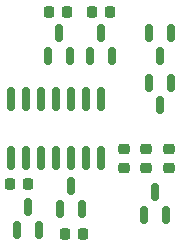
<source format=gbr>
%TF.GenerationSoftware,KiCad,Pcbnew,6.0.2-1.fc35*%
%TF.CreationDate,2022-03-27T16:33:53-04:00*%
%TF.ProjectId,DeadTimeInsertionPCB,44656164-5469-46d6-9549-6e7365727469,rev?*%
%TF.SameCoordinates,Original*%
%TF.FileFunction,Paste,Top*%
%TF.FilePolarity,Positive*%
%FSLAX46Y46*%
G04 Gerber Fmt 4.6, Leading zero omitted, Abs format (unit mm)*
G04 Created by KiCad (PCBNEW 6.0.2-1.fc35) date 2022-03-27 16:33:53*
%MOMM*%
%LPD*%
G01*
G04 APERTURE LIST*
G04 Aperture macros list*
%AMRoundRect*
0 Rectangle with rounded corners*
0 $1 Rounding radius*
0 $2 $3 $4 $5 $6 $7 $8 $9 X,Y pos of 4 corners*
0 Add a 4 corners polygon primitive as box body*
4,1,4,$2,$3,$4,$5,$6,$7,$8,$9,$2,$3,0*
0 Add four circle primitives for the rounded corners*
1,1,$1+$1,$2,$3*
1,1,$1+$1,$4,$5*
1,1,$1+$1,$6,$7*
1,1,$1+$1,$8,$9*
0 Add four rect primitives between the rounded corners*
20,1,$1+$1,$2,$3,$4,$5,0*
20,1,$1+$1,$4,$5,$6,$7,0*
20,1,$1+$1,$6,$7,$8,$9,0*
20,1,$1+$1,$8,$9,$2,$3,0*%
G04 Aperture macros list end*
%ADD10RoundRect,0.150000X-0.150000X0.587500X-0.150000X-0.587500X0.150000X-0.587500X0.150000X0.587500X0*%
%ADD11RoundRect,0.225000X0.250000X-0.225000X0.250000X0.225000X-0.250000X0.225000X-0.250000X-0.225000X0*%
%ADD12RoundRect,0.225000X-0.225000X-0.250000X0.225000X-0.250000X0.225000X0.250000X-0.225000X0.250000X0*%
%ADD13RoundRect,0.150000X0.150000X-0.587500X0.150000X0.587500X-0.150000X0.587500X-0.150000X-0.587500X0*%
%ADD14RoundRect,0.150000X-0.150000X0.825000X-0.150000X-0.825000X0.150000X-0.825000X0.150000X0.825000X0*%
G04 APERTURE END LIST*
D10*
%TO.C,Q3*%
X133284000Y-69801500D03*
X131384000Y-69801500D03*
X132334000Y-71676500D03*
%TD*%
D11*
%TO.C,C1*%
X129286000Y-81166000D03*
X129286000Y-79616000D03*
%TD*%
D10*
%TO.C,Q1*%
X133284000Y-73992500D03*
X131384000Y-73992500D03*
X132334000Y-75867500D03*
%TD*%
D12*
%TO.C,C5*%
X125870000Y-86741000D03*
X124320000Y-86741000D03*
%TD*%
D11*
%TO.C,C3*%
X133096000Y-81166000D03*
X133096000Y-79616000D03*
%TD*%
D12*
%TO.C,C6*%
X126606000Y-67945000D03*
X128156000Y-67945000D03*
%TD*%
D13*
%TO.C,Q4*%
X123891000Y-84630500D03*
X125791000Y-84630500D03*
X124841000Y-82755500D03*
%TD*%
%TO.C,Q7*%
X123825000Y-69801500D03*
X124775000Y-71676500D03*
X122875000Y-71676500D03*
%TD*%
D12*
%TO.C,C4*%
X121171000Y-82550000D03*
X119621000Y-82550000D03*
%TD*%
%TO.C,C7*%
X122936000Y-67945000D03*
X124486000Y-67945000D03*
%TD*%
D14*
%TO.C,U1*%
X127381000Y-75376000D03*
X126111000Y-75376000D03*
X124841000Y-75376000D03*
X123571000Y-75376000D03*
X122301000Y-75376000D03*
X121031000Y-75376000D03*
X119761000Y-75376000D03*
X119761000Y-80326000D03*
X121031000Y-80326000D03*
X122301000Y-80326000D03*
X123571000Y-80326000D03*
X124841000Y-80326000D03*
X126111000Y-80326000D03*
X127381000Y-80326000D03*
%TD*%
D13*
%TO.C,Q6*%
X121158000Y-84533500D03*
X122108000Y-86408500D03*
X120208000Y-86408500D03*
%TD*%
%TO.C,Q5*%
X127381000Y-69801500D03*
X128331000Y-71676500D03*
X126431000Y-71676500D03*
%TD*%
%TO.C,Q2*%
X131003000Y-85138500D03*
X132903000Y-85138500D03*
X131953000Y-83263500D03*
%TD*%
D11*
%TO.C,C2*%
X131191000Y-81166000D03*
X131191000Y-79616000D03*
%TD*%
M02*

</source>
